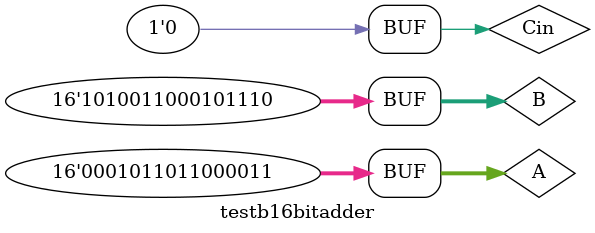
<source format=v>
module testb16bitadder;
  reg [15:0]A,B;reg Cin;
  wire [15:0] Out;
  wire Carry,Sign,Parity,Overflow,Zero;
     Sixteenbitadder c1(Zero,Cflag,Cin,Sign,Parity,Overflow,Out,A,B);
     initial begin 
       $dumpfile("16bitadder.vcd");
       $dumpvars(0,testb16bitadder);
       $monitor($time , Zero,Cflag,Cin,Sign,Parity,Overflow,Out,A,B);
       #3 A=16'hA6C3;B=16'hA22E;Cin=1;
       #3 A=16'h36C3;B=16'h022E;Cin=0;
       #3 A=16'hF6C3;B=16'hA22D;Cin=1;
       #3 A=16'hA6F3;B=16'hA42E;Cin=1;
       #3 A=16'h0000;B=16'H0000;Cin=0;
       #3 A=16'h16C3;B=16'hA62E;Cin=0;
     end
endmodule       

</source>
